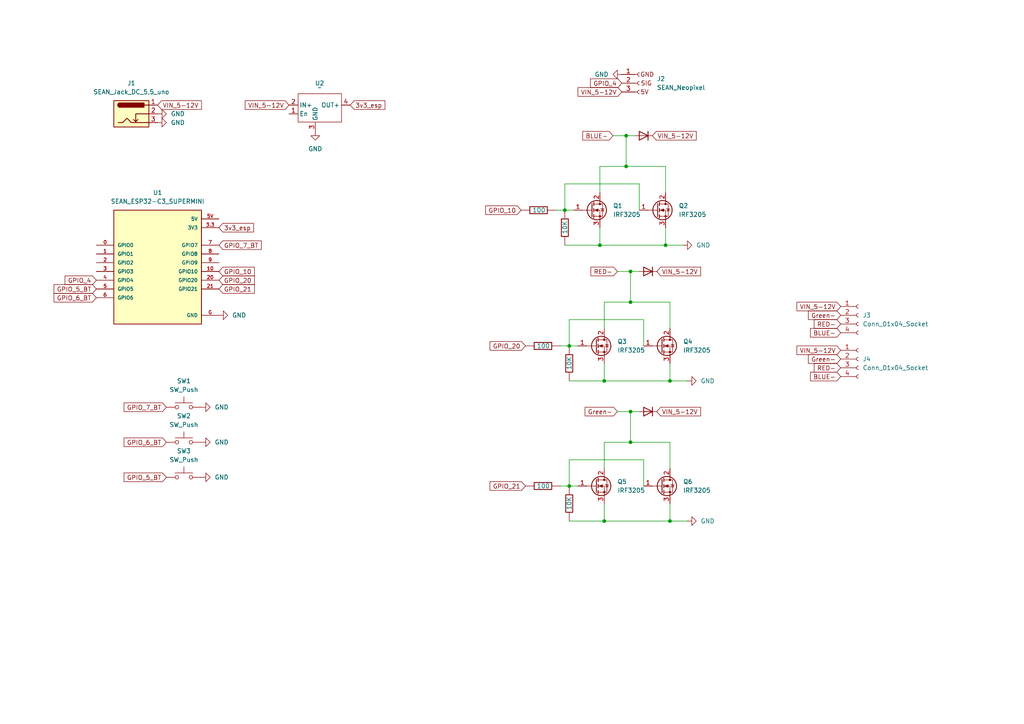
<source format=kicad_sch>
(kicad_sch (version 20231120) (generator "eeschema") (generator_version "8.0")
  (paper "A4")
  (lib_symbols
    (symbol "Connector:Conn_01x04_Socket" (pin_names (offset 1.016) hide)
      (property "Reference" "J" (at 0 5.08 0))
      (property "Value" "Conn_01x04_Socket" (at 0 -7.62 0))
      (symbol "Conn_01x04_Socket_1_1"
        (arc (start 0 -4.572) (mid -0.5058 -5.08) (end 0 -5.588) (stroke (width 0.1524)))
        (arc (start 0 -2.032) (mid -0.5058 -2.54) (end 0 -3.048) (stroke (width 0.1524)))
        (polyline (pts (xy -1.27 -5.08) (xy -0.508 -5.08)) (stroke (width 0.1524)))
        (polyline (pts (xy -1.27 -2.54) (xy -0.508 -2.54)) (stroke (width 0.1524)))
        (polyline (pts (xy -1.27 0) (xy -0.508 0)) (stroke (width 0.1524)))
        (polyline (pts (xy -1.27 2.54) (xy -0.508 2.54)) (stroke (width 0.1524)))
        (arc (start 0 0.508) (mid -0.5058 0) (end 0 -0.508) (stroke (width 0.1524)))
        (arc (start 0 3.048) (mid -0.5058 2.54) (end 0 2.032) (stroke (width 0.1524)))
        (pin passive line (at -5.08 2.54 0) (length 3.81) (name "Pin_1") (number "1"))
        (pin passive line (at -5.08 0 0) (length 3.81) (name "Pin_2") (number "2"))
        (pin passive line (at -5.08 -2.54 0) (length 3.81) (name "Pin_3") (number "3"))
        (pin passive line (at -5.08 -5.08 0) (length 3.81) (name "Pin_4") (number "4"))
      )
    )
    (symbol "SEAN_Device_sym:SEAN_D" (pin_numbers hide) (pin_names (offset 1.016) hide)
      (property "Reference" "D" (at 0 2.54 0))
      (property "Value" "SEAN_D" (at 0 -2.54 0))
      (symbol "SEAN_D_0_1"
        (polyline (pts (xy -1.27 1.27) (xy -1.27 -1.27)) (stroke (width 0.254)))
        (polyline (pts (xy 1.27 0) (xy -1.27 0)))
        (polyline (pts (xy 1.27 1.27) (xy 1.27 -1.27) (xy -1.27 0) (xy 1.27 1.27)) (stroke (width 0.254)))
      )
      (symbol "SEAN_D_1_1"
        (pin passive line (at -2.54 0 0) (length 2.54) (name "K") (number "1"))
        (pin passive line (at 2.54 0 180) (length 2.54) (name "A") (number "2"))
      )
    )
    (symbol "SEAN_Device_sym:SEAN_R" (pin_numbers hide) (pin_names (offset 0))
      (property "Reference" "R" (at 0 0 90))
      (property "Value" "R" (at 0 0 90))
      (symbol "SEAN_R_0_1"
        (rectangle (start -1.016 2.54) (end 1.016 -2.54) (stroke (width 0.254)))
      )
      (symbol "SEAN_R_1_1"
        (pin passive line (at 0 5.08 270) (length 2.5) (name "~") (number "1"))
        (pin passive line (at 0 -5.08 90) (length 2.5) (name "~") (number "2"))
      )
    )
    (symbol "SEAN_ESP:SEAN_ESP32-C3_SUPERMINI" (pin_names (offset 1.016))
      (property "Reference" "U" (at -12.7 16.002 0))
      (property "Value" "SEAN_ESP32-C3_SUPERMINI" (at -12.7 -20.32 0))
      (symbol "SEAN_ESP32-C3_SUPERMINI_0_0"
        (rectangle (start -12.7 15.24) (end 12.7 -17.78) (stroke (width 0.254)) (fill (type background)))
        (pin bidirectional line (at -17.78 5.08 0) (length 5.08) (name "GPIO0") (number "0"))
        (pin bidirectional line (at -17.78 2.54 0) (length 5.08) (name "GPIO1") (number "1"))
        (pin bidirectional line (at 17.78 -2.54 180) (length 5.08) (name "GPIO10") (number "10"))
        (pin bidirectional line (at -17.78 0 0) (length 5.08) (name "GPIO2") (number "2"))
        (pin bidirectional line (at 17.78 -5.08 180) (length 5.08) (name "GPIO20") (number "20"))
        (pin bidirectional line (at 17.78 -7.62 180) (length 5.08) (name "GPIO21") (number "21"))
        (pin bidirectional line (at -17.78 -2.54 0) (length 5.08) (name "GPIO3") (number "3"))
        (pin power_in line (at 17.78 10.16 180) (length 5.08) (name "3V3") (number "3.3"))
        (pin bidirectional line (at -17.78 -5.08 0) (length 5.08) (name "GPIO4") (number "4"))
        (pin bidirectional line (at -17.78 -7.62 0) (length 5.08) (name "GPIO5") (number "5"))
        (pin power_in line (at 17.78 12.7 180) (length 5.08) (name "5V") (number "5V"))
        (pin bidirectional line (at -17.78 -10.16 0) (length 5.08) (name "GPIO6") (number "6"))
        (pin bidirectional line (at 17.78 5.08 180) (length 5.08) (name "GPIO7") (number "7"))
        (pin bidirectional line (at 17.78 2.54 180) (length 5.08) (name "GPIO8") (number "8"))
        (pin bidirectional line (at 17.78 0 180) (length 5.08) (name "GPIO9") (number "9"))
        (pin power_in line (at 17.78 -15.24 180) (length 5.08) (name "GND") (number "G"))
      )
    )
    (symbol "SEAN_POWER:SEAN_BUCK_Mini_3A_V2"
      (property "Reference" "U" (at 0.4064 -0.4064 0))
      (symbol "SEAN_BUCK_Mini_3A_V2_0_1"
        (rectangle (start -4.9784 3.302) (end 7.62 -4.9276))
      )
      (symbol "SEAN_BUCK_Mini_3A_V2_1_1"
        (pin input line (at -7.62 -2.54 0) (length 2.54) (name "En") (number "1"))
        (pin input line (at -7.62 0 0) (length 2.54) (name "IN+") (number "2"))
        (pin input line (at 0 -7.62 90) (length 2.54) (name "GND") (number "3"))
        (pin input line (at 10.16 0 180) (length 2.54) (name "OUT+") (number "4"))
      )
    )
    (symbol "SEAN_POWER:SEAN_Jack_DC_5,5_uno" (pin_names hide)
      (property "Reference" "J" (at 0 5.334 0))
      (property "Value" "SEAN_Jack_DC_5,5_uno" (at 0 -5.08 0))
      (symbol "SEAN_Jack_DC_5,5_uno_0_1"
        (rectangle (start -5.08 3.81) (end 5.08 -3.81) (stroke (width 0.254)) (fill (type background)))
        (arc (start -3.302 3.175) (mid -3.9343 2.54) (end -3.302 1.905) (stroke (width 0.254)))
        (arc (start -3.302 3.175) (mid -3.9343 2.54) (end -3.302 1.905) (stroke (width 0.254)) (fill (type outline)))
        (polyline (pts (xy 1.27 -2.286) (xy 1.905 -1.651)) (stroke (width 0.254)))
        (polyline (pts (xy 5.08 2.54) (xy 3.81 2.54)) (stroke (width 0.254)))
        (polyline (pts (xy 5.08 0) (xy 1.27 0) (xy 1.27 -2.286) (xy 0.635 -1.651)) (stroke (width 0.254)))
        (polyline (pts (xy -3.81 -2.54) (xy -2.54 -2.54) (xy -1.27 -1.27) (xy 0 -2.54) (xy 2.54 -2.54) (xy 5.08 -2.54)) (stroke (width 0.254)))
        (rectangle (start 3.683 3.175) (end -3.302 1.905) (stroke (width 0.254)) (fill (type outline)))
      )
      (symbol "SEAN_Jack_DC_5,5_uno_1_1"
        (pin passive line (at 7.62 2.54 180) (length 2.54) (name "~") (number "1"))
        (pin passive line (at 7.62 0 180) (length 2.54) (name "~") (number "2"))
        (pin passive line (at 7.62 -2.54 180) (length 2.54) (name "~") (number "3"))
      )
    )
    (symbol "SEAN_connect:SEAN_Neopixel" (pin_names (offset 1.016) hide)
      (property "Reference" "J" (at 0 5.08 0))
      (property "Value" "SEAN_Neopixel" (at -0.254 0.254 0))
      (symbol "SEAN_Neopixel_1_1"
        (arc (start 0 -2.032) (mid -0.5058 -2.54) (end 0 -3.048) (stroke (width 0.1524)))
        (polyline (pts (xy -1.27 -2.54) (xy -0.508 -2.54)) (stroke (width 0.1524)))
        (polyline (pts (xy -1.27 0) (xy -0.508 0)) (stroke (width 0.1524)))
        (polyline (pts (xy -1.27 2.54) (xy -0.508 2.54)) (stroke (width 0.1524)))
        (arc (start 0 0.508) (mid -0.5058 0) (end 0 -0.508) (stroke (width 0.1524)))
        (arc (start 0 3.048) (mid -0.5058 2.54) (end 0 2.032) (stroke (width 0.1524)))
        (text "5V\n" (at 1.524 -2.54 0) (effects (font (size 1.27 1.27))))
        (text "GND\n" (at 2.286 2.54 0) (effects (font (size 1.27 1.27))))
        (text "SIG" (at 2.032 0 0) (effects (font (size 1.27 1.27))))
        (pin passive line (at -5.08 2.54 0) (length 3.81) (name "GND") (number "1"))
        (pin passive line (at -5.08 0 0) (length 3.81) (name "5V") (number "2"))
        (pin passive line (at -5.08 -2.54 0) (length 3.81) (name "SDA") (number "3"))
      )
    )
    (symbol "Switch:SW_Push" (pin_numbers hide) (pin_names (offset 1.016) hide)
      (property "Reference" "SW" (at 1.27 2.54 0))
      (property "Value" "SW_Push" (at 0 -1.524 0))
      (symbol "SW_Push_0_1"
        (circle (center -2.032 0) (radius 0.508))
        (polyline (pts (xy 0 1.27) (xy 0 3.048)))
        (polyline (pts (xy 2.54 1.27) (xy -2.54 1.27)))
        (circle (center 2.032 0) (radius 0.508))
        (pin passive line (at -5.08 0 0) (length 2.54) (name "1") (number "1"))
        (pin passive line (at 5.08 0 180) (length 2.54) (name "2") (number "2"))
      )
    )
    (symbol "Transistor_FET:IRF3205" (pin_names hide)
      (property "Reference" "Q" (at 5.08 1.905 0))
      (property "Value" "IRF3205" (at 5.08 0 0))
      (symbol "IRF3205_0_1"
        (polyline (pts (xy 0.254 0) (xy -2.54 0)))
        (polyline (pts (xy 0.254 1.905) (xy 0.254 -1.905)) (stroke (width 0.254)))
        (polyline (pts (xy 0.762 -1.27) (xy 0.762 -2.286)) (stroke (width 0.254)))
        (polyline (pts (xy 0.762 0.508) (xy 0.762 -0.508)) (stroke (width 0.254)))
        (polyline (pts (xy 0.762 2.286) (xy 0.762 1.27)) (stroke (width 0.254)))
        (polyline (pts (xy 2.54 2.54) (xy 2.54 1.778)))
        (polyline (pts (xy 2.54 -2.54) (xy 2.54 0) (xy 0.762 0)))
        (polyline (pts (xy 0.762 -1.778) (xy 3.302 -1.778) (xy 3.302 1.778) (xy 0.762 1.778)))
        (polyline (pts (xy 1.016 0) (xy 2.032 0.381) (xy 2.032 -0.381) (xy 1.016 0)) (fill (type outline)))
        (polyline (pts (xy 2.794 0.508) (xy 2.921 0.381) (xy 3.683 0.381) (xy 3.81 0.254)))
        (polyline (pts (xy 3.302 0.381) (xy 2.921 -0.254) (xy 3.683 -0.254) (xy 3.302 0.381)))
        (circle (center 1.651 0) (radius 2.794) (stroke (width 0.254)))
        (circle (center 2.54 -1.778) (radius 0.254) (fill (type outline)))
        (circle (center 2.54 1.778) (radius 0.254) (fill (type outline)))
      )
      (symbol "IRF3205_1_1"
        (pin input line (at -5.08 0 0) (length 2.54) (name "G") (number "1"))
        (pin passive line (at 2.54 5.08 270) (length 2.54) (name "D") (number "2"))
        (pin passive line (at 2.54 -5.08 90) (length 2.54) (name "S") (number "3"))
      )
    )
    (symbol "power:GND" (power) (pin_numbers hide) (pin_names (offset 0) hide)
      (property "Value" "GND" (at 0 -3.81 0))
      (symbol "GND_0_1"
        (polyline (pts (xy 0 0) (xy 0 -1.27) (xy 1.27 -1.27) (xy 0 -2.54) (xy -1.27 -1.27) (xy 0 -1.27)))
      )
      (symbol "GND_1_1"
        (pin power_in line (at 0 0 270) (length 0) (name "~") (number "1"))
      )
    )
  )
  (junction (at 194.31 151.13))
  (junction (at 181.61 48.26))
  (junction (at 163.83 60.96))
  (junction (at 182.88 128.27))
  (junction (at 182.88 119.38))
  (junction (at 173.99 71.12))
  (junction (at 193.04 71.12))
  (junction (at 165.1 100.33))
  (junction (at 182.88 78.74))
  (junction (at 181.61 39.37))
  (junction (at 175.26 110.49))
  (junction (at 175.26 151.13))
  (junction (at 182.88 87.63))
  (junction (at 194.31 110.49))
  (junction (at 165.1 140.97))
  (wire (pts (xy 163.83 53.34) (xy 163.83 60.96)))
  (wire (pts (xy 182.88 119.38) (xy 185.42 119.38)))
  (wire (pts (xy 194.31 95.25) (xy 194.31 87.63)))
  (wire (pts (xy 182.88 128.27) (xy 175.26 128.27)))
  (wire (pts (xy 182.88 78.74) (xy 182.88 87.63)))
  (wire (pts (xy 186.69 140.97) (xy 186.69 133.35)))
  (wire (pts (xy 182.88 87.63) (xy 175.26 87.63)))
  (wire (pts (xy 165.1 140.97) (xy 162.56 140.97)))
  (wire (pts (xy 167.64 140.97) (xy 165.1 140.97)))
  (wire (pts (xy 186.69 100.33) (xy 186.69 92.71)))
  (wire (pts (xy 175.26 105.41) (xy 175.26 110.49)))
  (wire (pts (xy 194.31 146.05) (xy 194.31 151.13)))
  (wire (pts (xy 194.31 110.49) (xy 175.26 110.49)))
  (wire (pts (xy 193.04 66.04) (xy 193.04 71.12)))
  (wire (pts (xy 194.31 105.41) (xy 194.31 110.49)))
  (wire (pts (xy 185.42 53.34) (xy 163.83 53.34)))
  (wire (pts (xy 165.1 110.49) (xy 175.26 110.49)))
  (wire (pts (xy 194.31 151.13) (xy 175.26 151.13)))
  (wire (pts (xy 181.61 48.26) (xy 173.99 48.26)))
  (wire (pts (xy 165.1 100.33) (xy 162.56 100.33)))
  (wire (pts (xy 193.04 55.88) (xy 193.04 48.26)))
  (wire (pts (xy 194.31 151.13) (xy 199.39 151.13)))
  (wire (pts (xy 185.42 60.96) (xy 185.42 53.34)))
  (wire (pts (xy 182.88 119.38) (xy 182.88 128.27)))
  (wire (pts (xy 193.04 71.12) (xy 173.99 71.12)))
  (wire (pts (xy 165.1 151.13) (xy 175.26 151.13)))
  (wire (pts (xy 182.88 78.74) (xy 185.42 78.74)))
  (wire (pts (xy 175.26 87.63) (xy 175.26 95.25)))
  (wire (pts (xy 166.37 60.96) (xy 163.83 60.96)))
  (wire (pts (xy 186.69 92.71) (xy 165.1 92.71)))
  (wire (pts (xy 175.26 146.05) (xy 175.26 151.13)))
  (wire (pts (xy 179.07 78.74) (xy 182.88 78.74)))
  (wire (pts (xy 163.83 71.12) (xy 173.99 71.12)))
  (wire (pts (xy 193.04 71.12) (xy 198.12 71.12)))
  (wire (pts (xy 193.04 48.26) (xy 181.61 48.26)))
  (wire (pts (xy 165.1 92.71) (xy 165.1 100.33)))
  (wire (pts (xy 165.1 133.35) (xy 165.1 140.97)))
  (wire (pts (xy 194.31 87.63) (xy 182.88 87.63)))
  (wire (pts (xy 173.99 48.26) (xy 173.99 55.88)))
  (wire (pts (xy 175.26 128.27) (xy 175.26 135.89)))
  (wire (pts (xy 194.31 128.27) (xy 182.88 128.27)))
  (wire (pts (xy 179.07 119.38) (xy 182.88 119.38)))
  (wire (pts (xy 181.61 39.37) (xy 181.61 48.26)))
  (wire (pts (xy 194.31 135.89) (xy 194.31 128.27)))
  (wire (pts (xy 167.64 100.33) (xy 165.1 100.33)))
  (wire (pts (xy 163.83 60.96) (xy 161.29 60.96)))
  (wire (pts (xy 194.31 110.49) (xy 199.39 110.49)))
  (wire (pts (xy 173.99 66.04) (xy 173.99 71.12)))
  (wire (pts (xy 186.69 133.35) (xy 165.1 133.35)))
  (wire (pts (xy 177.8 39.37) (xy 181.61 39.37)))
  (wire (pts (xy 181.61 39.37) (xy 184.15 39.37)))
  (global_label "3v3_esp" (shape input) (at 63.5 66.04 0) (property "Intersheetrefs" "${INTERSHEET_REFS}" (effects (hide yes))))
  (global_label "GPIO_21" (shape input) (at 152.4 140.97 180) (property "Intersheetrefs" "${INTERSHEET_REFS}" (effects (hide yes))))
  (global_label "BLUE-" (shape input) (at 177.8 39.37 180) (property "Intersheetrefs" "${INTERSHEET_REFS}" (effects (hide yes))))
  (global_label "GPIO_7_BT" (shape input) (at 63.5 71.12 0) (property "Intersheetrefs" "${INTERSHEET_REFS}" (effects (hide yes))))
  (global_label "RED-" (shape input) (at 243.84 106.68 180) (property "Intersheetrefs" "${INTERSHEET_REFS}" (effects (hide yes))))
  (global_label "VIN_5-12V" (shape input) (at 83.82 30.48 180) (property "Intersheetrefs" "${INTERSHEET_REFS}" (effects (hide yes))))
  (global_label "3v3_esp" (shape input) (at 101.6 30.48 0) (property "Intersheetrefs" "${INTERSHEET_REFS}" (effects (hide yes))))
  (global_label "GPIO_21" (shape input) (at 63.5 83.82 0) (property "Intersheetrefs" "${INTERSHEET_REFS}" (effects (hide yes))))
  (global_label "VIN_5-12V" (shape input) (at 180.34 26.67 180) (property "Intersheetrefs" "${INTERSHEET_REFS}" (effects (hide yes))))
  (global_label "GPIO_4" (shape input) (at 180.34 24.13 180) (property "Intersheetrefs" "${INTERSHEET_REFS}" (effects (hide yes))))
  (global_label "GPIO_6_BT" (shape input) (at 48.26 128.27 180) (property "Intersheetrefs" "${INTERSHEET_REFS}" (effects (hide yes))))
  (global_label "RED-" (shape input) (at 179.07 78.74 180) (property "Intersheetrefs" "${INTERSHEET_REFS}" (effects (hide yes))))
  (global_label "RED-" (shape input) (at 243.84 93.98 180) (property "Intersheetrefs" "${INTERSHEET_REFS}" (effects (hide yes))))
  (global_label "GPIO_10" (shape input) (at 151.13 60.96 180) (property "Intersheetrefs" "${INTERSHEET_REFS}" (effects (hide yes))))
  (global_label "GPIO_20" (shape input) (at 63.5 81.28 0) (property "Intersheetrefs" "${INTERSHEET_REFS}" (effects (hide yes))))
  (global_label "BLUE-" (shape input) (at 243.84 96.52 180) (property "Intersheetrefs" "${INTERSHEET_REFS}" (effects (hide yes))))
  (global_label "Green-" (shape input) (at 179.07 119.38 180) (property "Intersheetrefs" "${INTERSHEET_REFS}" (effects (hide yes))))
  (global_label "GPIO_6_BT" (shape input) (at 27.94 86.36 180) (property "Intersheetrefs" "${INTERSHEET_REFS}" (effects (hide yes))))
  (global_label "Green-" (shape input) (at 243.84 91.44 180) (property "Intersheetrefs" "${INTERSHEET_REFS}" (effects (hide yes))))
  (global_label "GPIO_20" (shape input) (at 152.4 100.33 180) (property "Intersheetrefs" "${INTERSHEET_REFS}" (effects (hide yes))))
  (global_label "VIN_5-12V" (shape input) (at 243.84 101.6 180) (property "Intersheetrefs" "${INTERSHEET_REFS}" (effects (hide yes))))
  (global_label "VIN_5-12V" (shape input) (at 243.84 88.9 180) (property "Intersheetrefs" "${INTERSHEET_REFS}" (effects (hide yes))))
  (global_label "GPIO_7_BT" (shape input) (at 48.26 118.11 180) (property "Intersheetrefs" "${INTERSHEET_REFS}" (effects (hide yes))))
  (global_label "GPIO_10" (shape input) (at 63.5 78.74 0) (property "Intersheetrefs" "${INTERSHEET_REFS}" (effects (hide yes))))
  (global_label "Green-" (shape input) (at 243.84 104.14 180) (property "Intersheetrefs" "${INTERSHEET_REFS}" (effects (hide yes))))
  (global_label "VIN_5-12V" (shape input) (at 190.5 119.38 0) (property "Intersheetrefs" "${INTERSHEET_REFS}" (effects (hide yes))))
  (global_label "GPIO_5_BT" (shape input) (at 27.94 83.82 180) (property "Intersheetrefs" "${INTERSHEET_REFS}" (effects (hide yes))))
  (global_label "VIN_5-12V" (shape input) (at 45.72 30.48 0) (property "Intersheetrefs" "${INTERSHEET_REFS}" (effects (hide yes))))
  (global_label "GPIO_4" (shape input) (at 27.94 81.28 180) (property "Intersheetrefs" "${INTERSHEET_REFS}" (effects (hide yes))))
  (global_label "BLUE-" (shape input) (at 243.84 109.22 180) (property "Intersheetrefs" "${INTERSHEET_REFS}" (effects (hide yes))))
  (global_label "GPIO_5_BT" (shape input) (at 48.26 138.43 180) (property "Intersheetrefs" "${INTERSHEET_REFS}" (effects (hide yes))))
  (global_label "VIN_5-12V" (shape input) (at 190.5 78.74 0) (property "Intersheetrefs" "${INTERSHEET_REFS}" (effects (hide yes))))
  (global_label "VIN_5-12V" (shape input) (at 189.23 39.37 0) (property "Intersheetrefs" "${INTERSHEET_REFS}" (effects (hide yes))))
  (symbol (lib_id "Connector:Conn_01x04_Socket") (at 248.92 104.14 0) (unit 1)
    (property "Reference" "J4" (at 250.19 104.1399 0) (effects (justify left)))
    (property "Value" "Conn_01x04_Socket" (at 250.19 106.6799 0) (effects (justify left)))
    (property "Footprint" "Connector_PinHeader_2.54mm:PinHeader_1x04_P2.54mm_Vertical" (effects (hide yes)))
    (property "Description" "Generic connector, single row, 01x04, script generated" (effects (hide yes)))
  )
  (symbol (lib_id "power:GND") (at 199.39 110.49 90) (unit 1)
    (property "Reference" "#PWR09" (effects (hide yes)))
    (property "Value" "GND" (at 203.2 110.4899 90) (effects (justify right)))
    (property "Description" "Power symbol creates a global label with name \"GND\" , ground" (effects (hide yes)))
  )
  (symbol (lib_id "Switch:SW_Push") (at 53.34 138.43 0) (unit 1)
    (property "Reference" "SW3" (at 53.34 130.81 0))
    (property "Value" "SW_Push" (at 53.34 133.35 0))
    (property "Footprint" "Button_Switch_THT:SW_PUSH-12mm" (effects (hide yes)))
    (property "Description" "Push button switch, generic, two pins" (effects (hide yes)))
  )
  (symbol (lib_id "power:GND") (at 58.42 118.11 90) (unit 1)
    (property "Reference" "#PWR05" (effects (hide yes)))
    (property "Value" "GND" (at 62.23 118.1099 90) (effects (justify right)))
    (property "Description" "Power symbol creates a global label with name \"GND\" , ground" (effects (hide yes)))
  )
  (symbol (lib_id "power:GND") (at 45.72 33.02 90) (unit 1)
    (property "Reference" "#PWR011" (effects (hide yes)))
    (property "Value" "GND" (at 49.53 33.0199 90) (effects (justify right)))
    (property "Description" "Power symbol creates a global label with name \"GND\" , ground" (effects (hide yes)))
  )
  (symbol (lib_id "power:GND") (at 58.42 138.43 90) (unit 1)
    (property "Reference" "#PWR07" (effects (hide yes)))
    (property "Value" "GND" (at 62.23 138.4299 90) (effects (justify right)))
    (property "Description" "Power symbol creates a global label with name \"GND\" , ground" (effects (hide yes)))
  )
  (symbol (lib_id "power:GND") (at 45.72 35.56 90) (unit 1)
    (property "Reference" "#PWR03" (effects (hide yes)))
    (property "Value" "GND" (at 49.53 35.5599 90) (effects (justify right)))
    (property "Description" "Power symbol creates a global label with name \"GND\" , ground" (effects (hide yes)))
  )
  (symbol (lib_id "SEAN_Device_sym:SEAN_R") (at 165.1 105.41 180) (unit 1)
    (property "Reference" "R4" (effects (hide yes)))
    (property "Value" "10K" (at 165.1 103.378 90) (effects (justify left)))
    (property "Footprint" "Resistor_THT:R_Axial_DIN0207_L6.3mm_D2.5mm_P7.62mm_Horizontal" (effects (hide yes)))
    (property "Description" "Resistor" (effects (hide yes)))
  )
  (symbol (lib_id "SEAN_Device_sym:SEAN_D") (at 187.96 119.38 180) (unit 1)
    (property "Reference" "D3" (effects (hide yes)))
    (property "Value" "SEAN_D" (effects (hide yes)))
    (property "Footprint" "Diode_THT:D_DO-35_SOD27_P7.62mm_Horizontal" (effects (hide yes)))
    (property "Description" "Diode" (effects (hide yes)))
    (property "Sim.Device" "D" (effects (hide yes)))
    (property "Sim.Pins" "1=K 2=A" (effects (hide yes)))
  )
  (symbol (lib_id "SEAN_Device_sym:SEAN_R") (at 165.1 146.05 180) (unit 1)
    (property "Reference" "R6" (effects (hide yes)))
    (property "Value" "10K" (at 165.1 144.018 90) (effects (justify left)))
    (property "Footprint" "Resistor_THT:R_Axial_DIN0207_L6.3mm_D2.5mm_P7.62mm_Horizontal" (effects (hide yes)))
    (property "Description" "Resistor" (effects (hide yes)))
  )
  (symbol (lib_id "Transistor_FET:IRF3205") (at 191.77 100.33 0) (unit 1)
    (property "Reference" "Q4" (at 198.12 99.0599 0) (effects (justify left)))
    (property "Value" "IRF3205" (at 198.12 101.5999 0) (effects (justify left)))
    (property "Footprint" "Package_TO_SOT_THT:TO-220-3_Horizontal_TabUp" (effects (hide yes)))
    (property "Datasheet" "http://www.irf.com/product-info/datasheets/data/irf3205.pdf" (effects (hide yes)))
    (property "Description" "110A Id, 55V Vds, Single N-Channel HEXFET Power MOSFET, 8mOhm Ron, TO-220AB" (effects (hide yes)))
  )
  (symbol (lib_id "SEAN_ESP:SEAN_ESP32-C3_SUPERMINI") (at 45.72 76.2 0) (unit 1)
    (property "Reference" "U1" (at 45.72 55.88 0))
    (property "Value" "SEAN_ESP32-C3_SUPERMINI" (at 45.72 58.42 0))
    (property "Footprint" "SEAN_ESP:SEAN_ESP32-C3_SUPERMINI_hold" (effects (hide yes)))
    (property "MF" "Espressif Systems" (effects (hide yes)))
    (property "MAXIMUM_PACKAGE_HEIGHT" "4.2mm" (effects (hide yes)))
    (property "Package" "Package" (effects (hide yes)))
    (property "Price" "None" (effects (hide yes)))
    (property "Check_prices" "https://www.snapeda.com/parts/ESP32-C3%20SuperMini/Espressif+Systems/view-part/?ref=eda" (effects (hide yes)))
    (property "STANDARD" "Manufacturer Recommendations" (effects (hide yes)))
    (property "SnapEDA_Link" "https://www.snapeda.com/parts/ESP32-C3%20SuperMini/Espressif+Systems/view-part/?ref=snap" (effects (hide yes)))
    (property "MP" "ESP32-C3 SuperMini" (effects (hide yes)))
    (property "Description_1" "\nSuper tiny ESP32-C3 board\n" (effects (hide yes)))
    (property "Availability" "Not in stock" (effects (hide yes)))
    (property "MANUFACTURER" "Espressif" (effects (hide yes)))
  )
  (symbol (lib_id "power:GND") (at 63.5 91.44 90) (unit 1)
    (property "Reference" "#PWR01" (effects (hide yes)))
    (property "Value" "GND" (at 67.31 91.4399 90) (effects (justify right)))
    (property "Description" "Power symbol creates a global label with name \"GND\" , ground" (effects (hide yes)))
  )
  (symbol (lib_id "SEAN_Device_sym:SEAN_R") (at 157.48 100.33 90) (unit 1)
    (property "Reference" "R3" (effects (hide yes)))
    (property "Value" "100" (at 159.512 100.33 90) (effects (justify left)))
    (property "Footprint" "Resistor_THT:R_Axial_DIN0207_L6.3mm_D2.5mm_P7.62mm_Horizontal" (effects (hide yes)))
    (property "Description" "Resistor" (effects (hide yes)))
  )
  (symbol (lib_id "Switch:SW_Push") (at 53.34 118.11 0) (unit 1)
    (property "Reference" "SW1" (at 53.34 110.49 0))
    (property "Value" "SW_Push" (at 53.34 113.03 0))
    (property "Footprint" "Button_Switch_THT:SW_PUSH-12mm" (effects (hide yes)))
    (property "Description" "Push button switch, generic, two pins" (effects (hide yes)))
  )
  (symbol (lib_id "SEAN_connect:SEAN_Neopixel") (at 185.42 24.13 0) (unit 1)
    (property "Reference" "J2" (at 190.5 22.8599 0) (effects (justify left)))
    (property "Value" "SEAN_Neopixel" (at 190.5 25.3999 0) (effects (justify left)))
    (property "Footprint" "SEAN_connect:SEAN_Neopixel" (effects (hide yes)))
  )
  (symbol (lib_id "Transistor_FET:IRF3205") (at 171.45 60.96 0) (unit 1)
    (property "Reference" "Q1" (at 177.8 59.6899 0) (effects (justify left)))
    (property "Value" "IRF3205" (at 177.8 62.2299 0) (effects (justify left)))
    (property "Footprint" "Package_TO_SOT_THT:TO-220-3_Horizontal_TabUp" (effects (hide yes)))
    (property "Datasheet" "http://www.irf.com/product-info/datasheets/data/irf3205.pdf" (effects (hide yes)))
    (property "Description" "110A Id, 55V Vds, Single N-Channel HEXFET Power MOSFET, 8mOhm Ron, TO-220AB" (effects (hide yes)))
  )
  (symbol (lib_id "SEAN_Device_sym:SEAN_D") (at 186.69 39.37 180) (unit 1)
    (property "Reference" "D1" (effects (hide yes)))
    (property "Value" "SEAN_D" (effects (hide yes)))
    (property "Footprint" "Diode_THT:D_DO-35_SOD27_P7.62mm_Horizontal" (effects (hide yes)))
    (property "Description" "Diode" (effects (hide yes)))
    (property "Sim.Device" "D" (effects (hide yes)))
    (property "Sim.Pins" "1=K 2=A" (effects (hide yes)))
  )
  (symbol (lib_id "power:GND") (at 58.42 128.27 90) (unit 1)
    (property "Reference" "#PWR06" (effects (hide yes)))
    (property "Value" "GND" (at 62.23 128.2699 90) (effects (justify right)))
    (property "Description" "Power symbol creates a global label with name \"GND\" , ground" (effects (hide yes)))
  )
  (symbol (lib_id "SEAN_Device_sym:SEAN_R") (at 157.48 140.97 90) (unit 1)
    (property "Reference" "R5" (effects (hide yes)))
    (property "Value" "100" (at 159.512 140.97 90) (effects (justify left)))
    (property "Footprint" "Resistor_THT:R_Axial_DIN0207_L6.3mm_D2.5mm_P7.62mm_Horizontal" (effects (hide yes)))
    (property "Description" "Resistor" (effects (hide yes)))
  )
  (symbol (lib_id "SEAN_POWER:SEAN_BUCK_Mini_3A_V2") (at 91.44 30.48 0) (unit 1)
    (property "Reference" "U2" (at 92.71 24.13 0))
    (property "Value" "~" (at 92.71 25.4 0))
    (property "Footprint" "SEAN_POWER:SEAN_BUCK_Mini_3A_V2" (effects (hide yes)))
  )
  (symbol (lib_id "SEAN_POWER:SEAN_Jack_DC_5,5_uno") (at 38.1 33.02 0) (unit 1)
    (property "Reference" "J1" (at 38.1 24.13 0))
    (property "Value" "SEAN_Jack_DC_5,5_uno" (at 38.1 26.67 0))
    (property "Footprint" "SEAN_POWER:SEAN_Jack_DC_5,5_uno_" (effects (hide yes)))
    (property "Description" "DC Barrel Jack with an internal switch" (effects (hide yes)))
  )
  (symbol (lib_id "Switch:SW_Push") (at 53.34 128.27 0) (unit 1)
    (property "Reference" "SW2" (at 53.34 120.65 0))
    (property "Value" "SW_Push" (at 53.34 123.19 0))
    (property "Footprint" "Button_Switch_THT:SW_PUSH-12mm" (effects (hide yes)))
    (property "Description" "Push button switch, generic, two pins" (effects (hide yes)))
  )
  (symbol (lib_id "Transistor_FET:IRF3205") (at 172.72 140.97 0) (unit 1)
    (property "Reference" "Q5" (at 179.07 139.6999 0) (effects (justify left)))
    (property "Value" "IRF3205" (at 179.07 142.2399 0) (effects (justify left)))
    (property "Footprint" "Package_TO_SOT_THT:TO-220-3_Horizontal_TabUp" (effects (hide yes)))
    (property "Datasheet" "http://www.irf.com/product-info/datasheets/data/irf3205.pdf" (effects (hide yes)))
    (property "Description" "110A Id, 55V Vds, Single N-Channel HEXFET Power MOSFET, 8mOhm Ron, TO-220AB" (effects (hide yes)))
  )
  (symbol (lib_id "SEAN_Device_sym:SEAN_R") (at 156.21 60.96 90) (unit 1)
    (property "Reference" "R2" (effects (hide yes)))
    (property "Value" "100" (at 158.242 60.96 90) (effects (justify left)))
    (property "Footprint" "Resistor_THT:R_Axial_DIN0207_L6.3mm_D2.5mm_P7.62mm_Horizontal" (effects (hide yes)))
    (property "Description" "Resistor" (effects (hide yes)))
  )
  (symbol (lib_id "power:GND") (at 180.34 21.59 270) (unit 1)
    (property "Reference" "#PWR08" (effects (hide yes)))
    (property "Value" "GND" (at 176.53 21.5899 90) (effects (justify right)))
    (property "Description" "Power symbol creates a global label with name \"GND\" , ground" (effects (hide yes)))
  )
  (symbol (lib_id "Transistor_FET:IRF3205") (at 191.77 140.97 0) (unit 1)
    (property "Reference" "Q6" (at 198.12 139.6999 0) (effects (justify left)))
    (property "Value" "IRF3205" (at 198.12 142.2399 0) (effects (justify left)))
    (property "Footprint" "Package_TO_SOT_THT:TO-220-3_Horizontal_TabUp" (effects (hide yes)))
    (property "Datasheet" "http://www.irf.com/product-info/datasheets/data/irf3205.pdf" (effects (hide yes)))
    (property "Description" "110A Id, 55V Vds, Single N-Channel HEXFET Power MOSFET, 8mOhm Ron, TO-220AB" (effects (hide yes)))
  )
  (symbol (lib_id "power:GND") (at 198.12 71.12 90) (unit 1)
    (property "Reference" "#PWR04" (effects (hide yes)))
    (property "Value" "GND" (at 201.93 71.1199 90) (effects (justify right)))
    (property "Description" "Power symbol creates a global label with name \"GND\" , ground" (effects (hide yes)))
  )
  (symbol (lib_id "SEAN_Device_sym:SEAN_R") (at 163.83 66.04 180) (unit 1)
    (property "Reference" "R1" (effects (hide yes)))
    (property "Value" "10K" (at 163.83 64.008 90) (effects (justify left)))
    (property "Footprint" "Resistor_THT:R_Axial_DIN0207_L6.3mm_D2.5mm_P7.62mm_Horizontal" (effects (hide yes)))
    (property "Description" "Resistor" (effects (hide yes)))
  )
  (symbol (lib_id "SEAN_Device_sym:SEAN_D") (at 187.96 78.74 180) (unit 1)
    (property "Reference" "D2" (effects (hide yes)))
    (property "Value" "SEAN_D" (effects (hide yes)))
    (property "Footprint" "Diode_THT:D_DO-35_SOD27_P7.62mm_Horizontal" (effects (hide yes)))
    (property "Description" "Diode" (effects (hide yes)))
    (property "Sim.Device" "D" (effects (hide yes)))
    (property "Sim.Pins" "1=K 2=A" (effects (hide yes)))
  )
  (symbol (lib_id "Transistor_FET:IRF3205") (at 190.5 60.96 0) (unit 1)
    (property "Reference" "Q2" (at 196.85 59.6899 0) (effects (justify left)))
    (property "Value" "IRF3205" (at 196.85 62.2299 0) (effects (justify left)))
    (property "Footprint" "Package_TO_SOT_THT:TO-220-3_Horizontal_TabUp" (effects (hide yes)))
    (property "Datasheet" "http://www.irf.com/product-info/datasheets/data/irf3205.pdf" (effects (hide yes)))
    (property "Description" "110A Id, 55V Vds, Single N-Channel HEXFET Power MOSFET, 8mOhm Ron, TO-220AB" (effects (hide yes)))
  )
  (symbol (lib_id "Connector:Conn_01x04_Socket") (at 248.92 91.44 0) (unit 1)
    (property "Reference" "J3" (at 250.19 91.4399 0) (effects (justify left)))
    (property "Value" "Conn_01x04_Socket" (at 250.19 93.9799 0) (effects (justify left)))
    (property "Footprint" "Connector_PinHeader_2.54mm:PinHeader_1x04_P2.54mm_Vertical" (effects (hide yes)))
    (property "Description" "Generic connector, single row, 01x04, script generated" (effects (hide yes)))
  )
  (symbol (lib_id "power:GND") (at 91.44 38.1 0) (unit 1)
    (property "Reference" "#PWR02" (effects (hide yes)))
    (property "Value" "GND" (at 91.44 43.18 0))
    (property "Description" "Power symbol creates a global label with name \"GND\" , ground" (effects (hide yes)))
  )
  (symbol (lib_id "power:GND") (at 199.39 151.13 90) (unit 1)
    (property "Reference" "#PWR010" (effects (hide yes)))
    (property "Value" "GND" (at 203.2 151.1299 90) (effects (justify right)))
    (property "Description" "Power symbol creates a global label with name \"GND\" , ground" (effects (hide yes)))
  )
  (symbol (lib_id "Transistor_FET:IRF3205") (at 172.72 100.33 0) (unit 1)
    (property "Reference" "Q3" (at 179.07 99.0599 0) (effects (justify left)))
    (property "Value" "IRF3205" (at 179.07 101.5999 0) (effects (justify left)))
    (property "Footprint" "Package_TO_SOT_THT:TO-220-3_Horizontal_TabUp" (effects (hide yes)))
    (property "Datasheet" "http://www.irf.com/product-info/datasheets/data/irf3205.pdf" (effects (hide yes)))
    (property "Description" "110A Id, 55V Vds, Single N-Channel HEXFET Power MOSFET, 8mOhm Ron, TO-220AB" (effects (hide yes)))
  )
)
</source>
